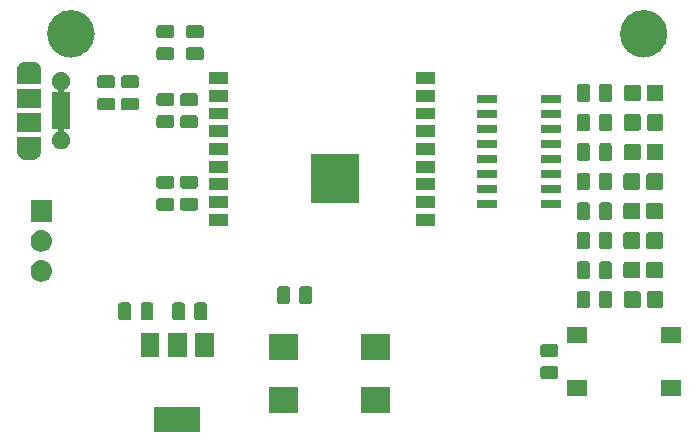
<source format=gbr>
G04 #@! TF.GenerationSoftware,KiCad,Pcbnew,(5.1.4)-1*
G04 #@! TF.CreationDate,2019-11-22T12:20:50+01:00*
G04 #@! TF.ProjectId,PacketVis,5061636b-6574-4566-9973-2e6b69636164,A01*
G04 #@! TF.SameCoordinates,Original*
G04 #@! TF.FileFunction,Soldermask,Top*
G04 #@! TF.FilePolarity,Negative*
%FSLAX46Y46*%
G04 Gerber Fmt 4.6, Leading zero omitted, Abs format (unit mm)*
G04 Created by KiCad (PCBNEW (5.1.4)-1) date 2019-11-22 12:20:50*
%MOMM*%
%LPD*%
G04 APERTURE LIST*
%ADD10C,2.000000*%
%ADD11C,0.100000*%
G04 APERTURE END LIST*
D10*
X188180000Y-79000000D02*
G75*
G03X188180000Y-79000000I-1000000J0D01*
G01*
X236680000Y-79000000D02*
G75*
G03X236680000Y-79000000I-1000000J0D01*
G01*
D11*
G36*
X198131000Y-112701000D02*
G01*
X194229000Y-112701000D01*
X194229000Y-110599000D01*
X198131000Y-110599000D01*
X198131000Y-112701000D01*
X198131000Y-112701000D01*
G37*
G36*
X214231000Y-111101000D02*
G01*
X211729000Y-111101000D01*
X211729000Y-108899000D01*
X214231000Y-108899000D01*
X214231000Y-111101000D01*
X214231000Y-111101000D01*
G37*
G36*
X206431000Y-111101000D02*
G01*
X203929000Y-111101000D01*
X203929000Y-108899000D01*
X206431000Y-108899000D01*
X206431000Y-111101000D01*
X206431000Y-111101000D01*
G37*
G36*
X230851000Y-109701000D02*
G01*
X229199000Y-109701000D01*
X229199000Y-108299000D01*
X230851000Y-108299000D01*
X230851000Y-109701000D01*
X230851000Y-109701000D01*
G37*
G36*
X238801000Y-109701000D02*
G01*
X237149000Y-109701000D01*
X237149000Y-108299000D01*
X238801000Y-108299000D01*
X238801000Y-109701000D01*
X238801000Y-109701000D01*
G37*
G36*
X228264468Y-107153565D02*
G01*
X228303138Y-107165296D01*
X228338777Y-107184346D01*
X228370017Y-107209983D01*
X228395654Y-107241223D01*
X228414704Y-107276862D01*
X228426435Y-107315532D01*
X228431000Y-107361888D01*
X228431000Y-108013112D01*
X228426435Y-108059468D01*
X228414704Y-108098138D01*
X228395654Y-108133777D01*
X228370017Y-108165017D01*
X228338777Y-108190654D01*
X228303138Y-108209704D01*
X228264468Y-108221435D01*
X228218112Y-108226000D01*
X227141888Y-108226000D01*
X227095532Y-108221435D01*
X227056862Y-108209704D01*
X227021223Y-108190654D01*
X226989983Y-108165017D01*
X226964346Y-108133777D01*
X226945296Y-108098138D01*
X226933565Y-108059468D01*
X226929000Y-108013112D01*
X226929000Y-107361888D01*
X226933565Y-107315532D01*
X226945296Y-107276862D01*
X226964346Y-107241223D01*
X226989983Y-107209983D01*
X227021223Y-107184346D01*
X227056862Y-107165296D01*
X227095532Y-107153565D01*
X227141888Y-107149000D01*
X228218112Y-107149000D01*
X228264468Y-107153565D01*
X228264468Y-107153565D01*
G37*
G36*
X206431000Y-106601000D02*
G01*
X203929000Y-106601000D01*
X203929000Y-104399000D01*
X206431000Y-104399000D01*
X206431000Y-106601000D01*
X206431000Y-106601000D01*
G37*
G36*
X214231000Y-106601000D02*
G01*
X211729000Y-106601000D01*
X211729000Y-104399000D01*
X214231000Y-104399000D01*
X214231000Y-106601000D01*
X214231000Y-106601000D01*
G37*
G36*
X194681000Y-106401000D02*
G01*
X193079000Y-106401000D01*
X193079000Y-104299000D01*
X194681000Y-104299000D01*
X194681000Y-106401000D01*
X194681000Y-106401000D01*
G37*
G36*
X196981000Y-106401000D02*
G01*
X195379000Y-106401000D01*
X195379000Y-104299000D01*
X196981000Y-104299000D01*
X196981000Y-106401000D01*
X196981000Y-106401000D01*
G37*
G36*
X199281000Y-106401000D02*
G01*
X197679000Y-106401000D01*
X197679000Y-104299000D01*
X199281000Y-104299000D01*
X199281000Y-106401000D01*
X199281000Y-106401000D01*
G37*
G36*
X228264468Y-105278565D02*
G01*
X228303138Y-105290296D01*
X228338777Y-105309346D01*
X228370017Y-105334983D01*
X228395654Y-105366223D01*
X228414704Y-105401862D01*
X228426435Y-105440532D01*
X228431000Y-105486888D01*
X228431000Y-106138112D01*
X228426435Y-106184468D01*
X228414704Y-106223138D01*
X228395654Y-106258777D01*
X228370017Y-106290017D01*
X228338777Y-106315654D01*
X228303138Y-106334704D01*
X228264468Y-106346435D01*
X228218112Y-106351000D01*
X227141888Y-106351000D01*
X227095532Y-106346435D01*
X227056862Y-106334704D01*
X227021223Y-106315654D01*
X226989983Y-106290017D01*
X226964346Y-106258777D01*
X226945296Y-106223138D01*
X226933565Y-106184468D01*
X226929000Y-106138112D01*
X226929000Y-105486888D01*
X226933565Y-105440532D01*
X226945296Y-105401862D01*
X226964346Y-105366223D01*
X226989983Y-105334983D01*
X227021223Y-105309346D01*
X227056862Y-105290296D01*
X227095532Y-105278565D01*
X227141888Y-105274000D01*
X228218112Y-105274000D01*
X228264468Y-105278565D01*
X228264468Y-105278565D01*
G37*
G36*
X238801000Y-105201000D02*
G01*
X237149000Y-105201000D01*
X237149000Y-103799000D01*
X238801000Y-103799000D01*
X238801000Y-105201000D01*
X238801000Y-105201000D01*
G37*
G36*
X230851000Y-105201000D02*
G01*
X229199000Y-105201000D01*
X229199000Y-103799000D01*
X230851000Y-103799000D01*
X230851000Y-105201000D01*
X230851000Y-105201000D01*
G37*
G36*
X196676968Y-101753565D02*
G01*
X196715638Y-101765296D01*
X196751277Y-101784346D01*
X196782517Y-101809983D01*
X196808154Y-101841223D01*
X196827204Y-101876862D01*
X196838935Y-101915532D01*
X196843500Y-101961888D01*
X196843500Y-103038112D01*
X196838935Y-103084468D01*
X196827204Y-103123138D01*
X196808154Y-103158777D01*
X196782517Y-103190017D01*
X196751277Y-103215654D01*
X196715638Y-103234704D01*
X196676968Y-103246435D01*
X196630612Y-103251000D01*
X195979388Y-103251000D01*
X195933032Y-103246435D01*
X195894362Y-103234704D01*
X195858723Y-103215654D01*
X195827483Y-103190017D01*
X195801846Y-103158777D01*
X195782796Y-103123138D01*
X195771065Y-103084468D01*
X195766500Y-103038112D01*
X195766500Y-101961888D01*
X195771065Y-101915532D01*
X195782796Y-101876862D01*
X195801846Y-101841223D01*
X195827483Y-101809983D01*
X195858723Y-101784346D01*
X195894362Y-101765296D01*
X195933032Y-101753565D01*
X195979388Y-101749000D01*
X196630612Y-101749000D01*
X196676968Y-101753565D01*
X196676968Y-101753565D01*
G37*
G36*
X193989468Y-101753565D02*
G01*
X194028138Y-101765296D01*
X194063777Y-101784346D01*
X194095017Y-101809983D01*
X194120654Y-101841223D01*
X194139704Y-101876862D01*
X194151435Y-101915532D01*
X194156000Y-101961888D01*
X194156000Y-103038112D01*
X194151435Y-103084468D01*
X194139704Y-103123138D01*
X194120654Y-103158777D01*
X194095017Y-103190017D01*
X194063777Y-103215654D01*
X194028138Y-103234704D01*
X193989468Y-103246435D01*
X193943112Y-103251000D01*
X193291888Y-103251000D01*
X193245532Y-103246435D01*
X193206862Y-103234704D01*
X193171223Y-103215654D01*
X193139983Y-103190017D01*
X193114346Y-103158777D01*
X193095296Y-103123138D01*
X193083565Y-103084468D01*
X193079000Y-103038112D01*
X193079000Y-101961888D01*
X193083565Y-101915532D01*
X193095296Y-101876862D01*
X193114346Y-101841223D01*
X193139983Y-101809983D01*
X193171223Y-101784346D01*
X193206862Y-101765296D01*
X193245532Y-101753565D01*
X193291888Y-101749000D01*
X193943112Y-101749000D01*
X193989468Y-101753565D01*
X193989468Y-101753565D01*
G37*
G36*
X198551968Y-101753565D02*
G01*
X198590638Y-101765296D01*
X198626277Y-101784346D01*
X198657517Y-101809983D01*
X198683154Y-101841223D01*
X198702204Y-101876862D01*
X198713935Y-101915532D01*
X198718500Y-101961888D01*
X198718500Y-103038112D01*
X198713935Y-103084468D01*
X198702204Y-103123138D01*
X198683154Y-103158777D01*
X198657517Y-103190017D01*
X198626277Y-103215654D01*
X198590638Y-103234704D01*
X198551968Y-103246435D01*
X198505612Y-103251000D01*
X197854388Y-103251000D01*
X197808032Y-103246435D01*
X197769362Y-103234704D01*
X197733723Y-103215654D01*
X197702483Y-103190017D01*
X197676846Y-103158777D01*
X197657796Y-103123138D01*
X197646065Y-103084468D01*
X197641500Y-103038112D01*
X197641500Y-101961888D01*
X197646065Y-101915532D01*
X197657796Y-101876862D01*
X197676846Y-101841223D01*
X197702483Y-101809983D01*
X197733723Y-101784346D01*
X197769362Y-101765296D01*
X197808032Y-101753565D01*
X197854388Y-101749000D01*
X198505612Y-101749000D01*
X198551968Y-101753565D01*
X198551968Y-101753565D01*
G37*
G36*
X192114468Y-101753565D02*
G01*
X192153138Y-101765296D01*
X192188777Y-101784346D01*
X192220017Y-101809983D01*
X192245654Y-101841223D01*
X192264704Y-101876862D01*
X192276435Y-101915532D01*
X192281000Y-101961888D01*
X192281000Y-103038112D01*
X192276435Y-103084468D01*
X192264704Y-103123138D01*
X192245654Y-103158777D01*
X192220017Y-103190017D01*
X192188777Y-103215654D01*
X192153138Y-103234704D01*
X192114468Y-103246435D01*
X192068112Y-103251000D01*
X191416888Y-103251000D01*
X191370532Y-103246435D01*
X191331862Y-103234704D01*
X191296223Y-103215654D01*
X191264983Y-103190017D01*
X191239346Y-103158777D01*
X191220296Y-103123138D01*
X191208565Y-103084468D01*
X191204000Y-103038112D01*
X191204000Y-101961888D01*
X191208565Y-101915532D01*
X191220296Y-101876862D01*
X191239346Y-101841223D01*
X191264983Y-101809983D01*
X191296223Y-101784346D01*
X191331862Y-101765296D01*
X191370532Y-101753565D01*
X191416888Y-101749000D01*
X192068112Y-101749000D01*
X192114468Y-101753565D01*
X192114468Y-101753565D01*
G37*
G36*
X232819468Y-100753565D02*
G01*
X232858138Y-100765296D01*
X232893777Y-100784346D01*
X232925017Y-100809983D01*
X232950654Y-100841223D01*
X232969704Y-100876862D01*
X232981435Y-100915532D01*
X232986000Y-100961888D01*
X232986000Y-102038112D01*
X232981435Y-102084468D01*
X232969704Y-102123138D01*
X232950654Y-102158777D01*
X232925017Y-102190017D01*
X232893777Y-102215654D01*
X232858138Y-102234704D01*
X232819468Y-102246435D01*
X232773112Y-102251000D01*
X232121888Y-102251000D01*
X232075532Y-102246435D01*
X232036862Y-102234704D01*
X232001223Y-102215654D01*
X231969983Y-102190017D01*
X231944346Y-102158777D01*
X231925296Y-102123138D01*
X231913565Y-102084468D01*
X231909000Y-102038112D01*
X231909000Y-100961888D01*
X231913565Y-100915532D01*
X231925296Y-100876862D01*
X231944346Y-100841223D01*
X231969983Y-100809983D01*
X232001223Y-100784346D01*
X232036862Y-100765296D01*
X232075532Y-100753565D01*
X232121888Y-100749000D01*
X232773112Y-100749000D01*
X232819468Y-100753565D01*
X232819468Y-100753565D01*
G37*
G36*
X230944468Y-100753565D02*
G01*
X230983138Y-100765296D01*
X231018777Y-100784346D01*
X231050017Y-100809983D01*
X231075654Y-100841223D01*
X231094704Y-100876862D01*
X231106435Y-100915532D01*
X231111000Y-100961888D01*
X231111000Y-102038112D01*
X231106435Y-102084468D01*
X231094704Y-102123138D01*
X231075654Y-102158777D01*
X231050017Y-102190017D01*
X231018777Y-102215654D01*
X230983138Y-102234704D01*
X230944468Y-102246435D01*
X230898112Y-102251000D01*
X230246888Y-102251000D01*
X230200532Y-102246435D01*
X230161862Y-102234704D01*
X230126223Y-102215654D01*
X230094983Y-102190017D01*
X230069346Y-102158777D01*
X230050296Y-102123138D01*
X230038565Y-102084468D01*
X230034000Y-102038112D01*
X230034000Y-100961888D01*
X230038565Y-100915532D01*
X230050296Y-100876862D01*
X230069346Y-100841223D01*
X230094983Y-100809983D01*
X230126223Y-100784346D01*
X230161862Y-100765296D01*
X230200532Y-100753565D01*
X230246888Y-100749000D01*
X230898112Y-100749000D01*
X230944468Y-100753565D01*
X230944468Y-100753565D01*
G37*
G36*
X237200781Y-100803295D02*
G01*
X237236816Y-100814227D01*
X237270024Y-100831977D01*
X237299134Y-100855866D01*
X237323023Y-100884976D01*
X237340773Y-100918184D01*
X237351705Y-100954219D01*
X237356000Y-100997831D01*
X237356000Y-102002169D01*
X237351705Y-102045781D01*
X237340773Y-102081816D01*
X237323023Y-102115024D01*
X237299134Y-102144134D01*
X237270024Y-102168023D01*
X237236816Y-102185773D01*
X237200781Y-102196705D01*
X237157169Y-102201000D01*
X236127831Y-102201000D01*
X236084219Y-102196705D01*
X236048184Y-102185773D01*
X236014976Y-102168023D01*
X235985866Y-102144134D01*
X235961977Y-102115024D01*
X235944227Y-102081816D01*
X235933295Y-102045781D01*
X235929000Y-102002169D01*
X235929000Y-100997831D01*
X235933295Y-100954219D01*
X235944227Y-100918184D01*
X235961977Y-100884976D01*
X235985866Y-100855866D01*
X236014976Y-100831977D01*
X236048184Y-100814227D01*
X236084219Y-100803295D01*
X236127831Y-100799000D01*
X237157169Y-100799000D01*
X237200781Y-100803295D01*
X237200781Y-100803295D01*
G37*
G36*
X235275781Y-100803295D02*
G01*
X235311816Y-100814227D01*
X235345024Y-100831977D01*
X235374134Y-100855866D01*
X235398023Y-100884976D01*
X235415773Y-100918184D01*
X235426705Y-100954219D01*
X235431000Y-100997831D01*
X235431000Y-102002169D01*
X235426705Y-102045781D01*
X235415773Y-102081816D01*
X235398023Y-102115024D01*
X235374134Y-102144134D01*
X235345024Y-102168023D01*
X235311816Y-102185773D01*
X235275781Y-102196705D01*
X235232169Y-102201000D01*
X234202831Y-102201000D01*
X234159219Y-102196705D01*
X234123184Y-102185773D01*
X234089976Y-102168023D01*
X234060866Y-102144134D01*
X234036977Y-102115024D01*
X234019227Y-102081816D01*
X234008295Y-102045781D01*
X234004000Y-102002169D01*
X234004000Y-100997831D01*
X234008295Y-100954219D01*
X234019227Y-100918184D01*
X234036977Y-100884976D01*
X234060866Y-100855866D01*
X234089976Y-100831977D01*
X234123184Y-100814227D01*
X234159219Y-100803295D01*
X234202831Y-100799000D01*
X235232169Y-100799000D01*
X235275781Y-100803295D01*
X235275781Y-100803295D01*
G37*
G36*
X205564468Y-100383565D02*
G01*
X205603138Y-100395296D01*
X205638777Y-100414346D01*
X205670017Y-100439983D01*
X205695654Y-100471223D01*
X205714704Y-100506862D01*
X205726435Y-100545532D01*
X205731000Y-100591888D01*
X205731000Y-101668112D01*
X205726435Y-101714468D01*
X205714704Y-101753138D01*
X205695654Y-101788777D01*
X205670017Y-101820017D01*
X205638777Y-101845654D01*
X205603138Y-101864704D01*
X205564468Y-101876435D01*
X205518112Y-101881000D01*
X204866888Y-101881000D01*
X204820532Y-101876435D01*
X204781862Y-101864704D01*
X204746223Y-101845654D01*
X204714983Y-101820017D01*
X204689346Y-101788777D01*
X204670296Y-101753138D01*
X204658565Y-101714468D01*
X204654000Y-101668112D01*
X204654000Y-100591888D01*
X204658565Y-100545532D01*
X204670296Y-100506862D01*
X204689346Y-100471223D01*
X204714983Y-100439983D01*
X204746223Y-100414346D01*
X204781862Y-100395296D01*
X204820532Y-100383565D01*
X204866888Y-100379000D01*
X205518112Y-100379000D01*
X205564468Y-100383565D01*
X205564468Y-100383565D01*
G37*
G36*
X207439468Y-100383565D02*
G01*
X207478138Y-100395296D01*
X207513777Y-100414346D01*
X207545017Y-100439983D01*
X207570654Y-100471223D01*
X207589704Y-100506862D01*
X207601435Y-100545532D01*
X207606000Y-100591888D01*
X207606000Y-101668112D01*
X207601435Y-101714468D01*
X207589704Y-101753138D01*
X207570654Y-101788777D01*
X207545017Y-101820017D01*
X207513777Y-101845654D01*
X207478138Y-101864704D01*
X207439468Y-101876435D01*
X207393112Y-101881000D01*
X206741888Y-101881000D01*
X206695532Y-101876435D01*
X206656862Y-101864704D01*
X206621223Y-101845654D01*
X206589983Y-101820017D01*
X206564346Y-101788777D01*
X206545296Y-101753138D01*
X206533565Y-101714468D01*
X206529000Y-101668112D01*
X206529000Y-100591888D01*
X206533565Y-100545532D01*
X206545296Y-100506862D01*
X206564346Y-100471223D01*
X206589983Y-100439983D01*
X206621223Y-100414346D01*
X206656862Y-100395296D01*
X206695532Y-100383565D01*
X206741888Y-100379000D01*
X207393112Y-100379000D01*
X207439468Y-100383565D01*
X207439468Y-100383565D01*
G37*
G36*
X184790442Y-98185518D02*
G01*
X184856627Y-98192037D01*
X185026466Y-98243557D01*
X185026468Y-98243558D01*
X185074992Y-98269495D01*
X185182991Y-98327222D01*
X185217894Y-98355866D01*
X185320186Y-98439814D01*
X185403448Y-98541271D01*
X185432778Y-98577009D01*
X185516443Y-98733534D01*
X185567963Y-98903373D01*
X185585359Y-99080000D01*
X185567963Y-99256627D01*
X185516443Y-99426466D01*
X185432778Y-99582991D01*
X185431303Y-99584788D01*
X185320186Y-99720186D01*
X185218729Y-99803448D01*
X185182991Y-99832778D01*
X185026466Y-99916443D01*
X184856627Y-99967963D01*
X184790442Y-99974482D01*
X184724260Y-99981000D01*
X184635740Y-99981000D01*
X184569558Y-99974482D01*
X184503373Y-99967963D01*
X184333534Y-99916443D01*
X184177009Y-99832778D01*
X184141271Y-99803448D01*
X184039814Y-99720186D01*
X183928697Y-99584788D01*
X183927222Y-99582991D01*
X183843557Y-99426466D01*
X183792037Y-99256627D01*
X183774641Y-99080000D01*
X183792037Y-98903373D01*
X183843557Y-98733534D01*
X183927222Y-98577009D01*
X183956552Y-98541271D01*
X184039814Y-98439814D01*
X184142106Y-98355866D01*
X184177009Y-98327222D01*
X184285008Y-98269495D01*
X184333532Y-98243558D01*
X184333534Y-98243557D01*
X184503373Y-98192037D01*
X184569557Y-98185519D01*
X184635740Y-98179000D01*
X184724260Y-98179000D01*
X184790442Y-98185518D01*
X184790442Y-98185518D01*
G37*
G36*
X230944468Y-98253565D02*
G01*
X230983138Y-98265296D01*
X231018777Y-98284346D01*
X231050017Y-98309983D01*
X231075654Y-98341223D01*
X231094704Y-98376862D01*
X231106435Y-98415532D01*
X231111000Y-98461888D01*
X231111000Y-99538112D01*
X231106435Y-99584468D01*
X231094704Y-99623138D01*
X231075654Y-99658777D01*
X231050017Y-99690017D01*
X231018777Y-99715654D01*
X230983138Y-99734704D01*
X230944468Y-99746435D01*
X230898112Y-99751000D01*
X230246888Y-99751000D01*
X230200532Y-99746435D01*
X230161862Y-99734704D01*
X230126223Y-99715654D01*
X230094983Y-99690017D01*
X230069346Y-99658777D01*
X230050296Y-99623138D01*
X230038565Y-99584468D01*
X230034000Y-99538112D01*
X230034000Y-98461888D01*
X230038565Y-98415532D01*
X230050296Y-98376862D01*
X230069346Y-98341223D01*
X230094983Y-98309983D01*
X230126223Y-98284346D01*
X230161862Y-98265296D01*
X230200532Y-98253565D01*
X230246888Y-98249000D01*
X230898112Y-98249000D01*
X230944468Y-98253565D01*
X230944468Y-98253565D01*
G37*
G36*
X232819468Y-98253565D02*
G01*
X232858138Y-98265296D01*
X232893777Y-98284346D01*
X232925017Y-98309983D01*
X232950654Y-98341223D01*
X232969704Y-98376862D01*
X232981435Y-98415532D01*
X232986000Y-98461888D01*
X232986000Y-99538112D01*
X232981435Y-99584468D01*
X232969704Y-99623138D01*
X232950654Y-99658777D01*
X232925017Y-99690017D01*
X232893777Y-99715654D01*
X232858138Y-99734704D01*
X232819468Y-99746435D01*
X232773112Y-99751000D01*
X232121888Y-99751000D01*
X232075532Y-99746435D01*
X232036862Y-99734704D01*
X232001223Y-99715654D01*
X231969983Y-99690017D01*
X231944346Y-99658777D01*
X231925296Y-99623138D01*
X231913565Y-99584468D01*
X231909000Y-99538112D01*
X231909000Y-98461888D01*
X231913565Y-98415532D01*
X231925296Y-98376862D01*
X231944346Y-98341223D01*
X231969983Y-98309983D01*
X232001223Y-98284346D01*
X232036862Y-98265296D01*
X232075532Y-98253565D01*
X232121888Y-98249000D01*
X232773112Y-98249000D01*
X232819468Y-98253565D01*
X232819468Y-98253565D01*
G37*
G36*
X235238281Y-98303295D02*
G01*
X235274316Y-98314227D01*
X235307524Y-98331977D01*
X235336634Y-98355866D01*
X235360523Y-98384976D01*
X235378273Y-98418184D01*
X235389205Y-98454219D01*
X235393500Y-98497831D01*
X235393500Y-99502169D01*
X235389205Y-99545781D01*
X235378273Y-99581816D01*
X235360523Y-99615024D01*
X235336634Y-99644134D01*
X235307524Y-99668023D01*
X235274316Y-99685773D01*
X235238281Y-99696705D01*
X235194669Y-99701000D01*
X234165331Y-99701000D01*
X234121719Y-99696705D01*
X234085684Y-99685773D01*
X234052476Y-99668023D01*
X234023366Y-99644134D01*
X233999477Y-99615024D01*
X233981727Y-99581816D01*
X233970795Y-99545781D01*
X233966500Y-99502169D01*
X233966500Y-98497831D01*
X233970795Y-98454219D01*
X233981727Y-98418184D01*
X233999477Y-98384976D01*
X234023366Y-98355866D01*
X234052476Y-98331977D01*
X234085684Y-98314227D01*
X234121719Y-98303295D01*
X234165331Y-98299000D01*
X235194669Y-98299000D01*
X235238281Y-98303295D01*
X235238281Y-98303295D01*
G37*
G36*
X237163281Y-98303295D02*
G01*
X237199316Y-98314227D01*
X237232524Y-98331977D01*
X237261634Y-98355866D01*
X237285523Y-98384976D01*
X237303273Y-98418184D01*
X237314205Y-98454219D01*
X237318500Y-98497831D01*
X237318500Y-99502169D01*
X237314205Y-99545781D01*
X237303273Y-99581816D01*
X237285523Y-99615024D01*
X237261634Y-99644134D01*
X237232524Y-99668023D01*
X237199316Y-99685773D01*
X237163281Y-99696705D01*
X237119669Y-99701000D01*
X236090331Y-99701000D01*
X236046719Y-99696705D01*
X236010684Y-99685773D01*
X235977476Y-99668023D01*
X235948366Y-99644134D01*
X235924477Y-99615024D01*
X235906727Y-99581816D01*
X235895795Y-99545781D01*
X235891500Y-99502169D01*
X235891500Y-98497831D01*
X235895795Y-98454219D01*
X235906727Y-98418184D01*
X235924477Y-98384976D01*
X235948366Y-98355866D01*
X235977476Y-98331977D01*
X236010684Y-98314227D01*
X236046719Y-98303295D01*
X236090331Y-98299000D01*
X237119669Y-98299000D01*
X237163281Y-98303295D01*
X237163281Y-98303295D01*
G37*
G36*
X184790443Y-95645519D02*
G01*
X184856627Y-95652037D01*
X185026466Y-95703557D01*
X185182991Y-95787222D01*
X185191709Y-95794377D01*
X185320186Y-95899814D01*
X185374041Y-95965438D01*
X185432778Y-96037009D01*
X185516443Y-96193534D01*
X185567963Y-96363373D01*
X185585359Y-96540000D01*
X185567963Y-96716627D01*
X185516443Y-96886466D01*
X185432778Y-97042991D01*
X185430488Y-97045781D01*
X185320186Y-97180186D01*
X185218729Y-97263448D01*
X185182991Y-97292778D01*
X185026466Y-97376443D01*
X184856627Y-97427963D01*
X184790443Y-97434481D01*
X184724260Y-97441000D01*
X184635740Y-97441000D01*
X184569557Y-97434481D01*
X184503373Y-97427963D01*
X184333534Y-97376443D01*
X184177009Y-97292778D01*
X184141271Y-97263448D01*
X184039814Y-97180186D01*
X183929512Y-97045781D01*
X183927222Y-97042991D01*
X183843557Y-96886466D01*
X183792037Y-96716627D01*
X183774641Y-96540000D01*
X183792037Y-96363373D01*
X183843557Y-96193534D01*
X183927222Y-96037009D01*
X183985959Y-95965438D01*
X184039814Y-95899814D01*
X184168291Y-95794377D01*
X184177009Y-95787222D01*
X184333534Y-95703557D01*
X184503373Y-95652037D01*
X184569557Y-95645519D01*
X184635740Y-95639000D01*
X184724260Y-95639000D01*
X184790443Y-95645519D01*
X184790443Y-95645519D01*
G37*
G36*
X232819468Y-95753565D02*
G01*
X232858138Y-95765296D01*
X232893777Y-95784346D01*
X232925017Y-95809983D01*
X232950654Y-95841223D01*
X232969704Y-95876862D01*
X232981435Y-95915532D01*
X232986000Y-95961888D01*
X232986000Y-97038112D01*
X232981435Y-97084468D01*
X232969704Y-97123138D01*
X232950654Y-97158777D01*
X232925017Y-97190017D01*
X232893777Y-97215654D01*
X232858138Y-97234704D01*
X232819468Y-97246435D01*
X232773112Y-97251000D01*
X232121888Y-97251000D01*
X232075532Y-97246435D01*
X232036862Y-97234704D01*
X232001223Y-97215654D01*
X231969983Y-97190017D01*
X231944346Y-97158777D01*
X231925296Y-97123138D01*
X231913565Y-97084468D01*
X231909000Y-97038112D01*
X231909000Y-95961888D01*
X231913565Y-95915532D01*
X231925296Y-95876862D01*
X231944346Y-95841223D01*
X231969983Y-95809983D01*
X232001223Y-95784346D01*
X232036862Y-95765296D01*
X232075532Y-95753565D01*
X232121888Y-95749000D01*
X232773112Y-95749000D01*
X232819468Y-95753565D01*
X232819468Y-95753565D01*
G37*
G36*
X230944468Y-95753565D02*
G01*
X230983138Y-95765296D01*
X231018777Y-95784346D01*
X231050017Y-95809983D01*
X231075654Y-95841223D01*
X231094704Y-95876862D01*
X231106435Y-95915532D01*
X231111000Y-95961888D01*
X231111000Y-97038112D01*
X231106435Y-97084468D01*
X231094704Y-97123138D01*
X231075654Y-97158777D01*
X231050017Y-97190017D01*
X231018777Y-97215654D01*
X230983138Y-97234704D01*
X230944468Y-97246435D01*
X230898112Y-97251000D01*
X230246888Y-97251000D01*
X230200532Y-97246435D01*
X230161862Y-97234704D01*
X230126223Y-97215654D01*
X230094983Y-97190017D01*
X230069346Y-97158777D01*
X230050296Y-97123138D01*
X230038565Y-97084468D01*
X230034000Y-97038112D01*
X230034000Y-95961888D01*
X230038565Y-95915532D01*
X230050296Y-95876862D01*
X230069346Y-95841223D01*
X230094983Y-95809983D01*
X230126223Y-95784346D01*
X230161862Y-95765296D01*
X230200532Y-95753565D01*
X230246888Y-95749000D01*
X230898112Y-95749000D01*
X230944468Y-95753565D01*
X230944468Y-95753565D01*
G37*
G36*
X237163281Y-95803295D02*
G01*
X237199316Y-95814227D01*
X237232524Y-95831977D01*
X237261634Y-95855866D01*
X237285523Y-95884976D01*
X237303273Y-95918184D01*
X237314205Y-95954219D01*
X237318500Y-95997831D01*
X237318500Y-97002169D01*
X237314205Y-97045781D01*
X237303273Y-97081816D01*
X237285523Y-97115024D01*
X237261634Y-97144134D01*
X237232524Y-97168023D01*
X237199316Y-97185773D01*
X237163281Y-97196705D01*
X237119669Y-97201000D01*
X236090331Y-97201000D01*
X236046719Y-97196705D01*
X236010684Y-97185773D01*
X235977476Y-97168023D01*
X235948366Y-97144134D01*
X235924477Y-97115024D01*
X235906727Y-97081816D01*
X235895795Y-97045781D01*
X235891500Y-97002169D01*
X235891500Y-95997831D01*
X235895795Y-95954219D01*
X235906727Y-95918184D01*
X235924477Y-95884976D01*
X235948366Y-95855866D01*
X235977476Y-95831977D01*
X236010684Y-95814227D01*
X236046719Y-95803295D01*
X236090331Y-95799000D01*
X237119669Y-95799000D01*
X237163281Y-95803295D01*
X237163281Y-95803295D01*
G37*
G36*
X235238281Y-95803295D02*
G01*
X235274316Y-95814227D01*
X235307524Y-95831977D01*
X235336634Y-95855866D01*
X235360523Y-95884976D01*
X235378273Y-95918184D01*
X235389205Y-95954219D01*
X235393500Y-95997831D01*
X235393500Y-97002169D01*
X235389205Y-97045781D01*
X235378273Y-97081816D01*
X235360523Y-97115024D01*
X235336634Y-97144134D01*
X235307524Y-97168023D01*
X235274316Y-97185773D01*
X235238281Y-97196705D01*
X235194669Y-97201000D01*
X234165331Y-97201000D01*
X234121719Y-97196705D01*
X234085684Y-97185773D01*
X234052476Y-97168023D01*
X234023366Y-97144134D01*
X233999477Y-97115024D01*
X233981727Y-97081816D01*
X233970795Y-97045781D01*
X233966500Y-97002169D01*
X233966500Y-95997831D01*
X233970795Y-95954219D01*
X233981727Y-95918184D01*
X233999477Y-95884976D01*
X234023366Y-95855866D01*
X234052476Y-95831977D01*
X234085684Y-95814227D01*
X234121719Y-95803295D01*
X234165331Y-95799000D01*
X235194669Y-95799000D01*
X235238281Y-95803295D01*
X235238281Y-95803295D01*
G37*
G36*
X217981000Y-95251000D02*
G01*
X216379000Y-95251000D01*
X216379000Y-94249000D01*
X217981000Y-94249000D01*
X217981000Y-95251000D01*
X217981000Y-95251000D01*
G37*
G36*
X200481000Y-95251000D02*
G01*
X198879000Y-95251000D01*
X198879000Y-94249000D01*
X200481000Y-94249000D01*
X200481000Y-95251000D01*
X200481000Y-95251000D01*
G37*
G36*
X185581000Y-94901000D02*
G01*
X183779000Y-94901000D01*
X183779000Y-93099000D01*
X185581000Y-93099000D01*
X185581000Y-94901000D01*
X185581000Y-94901000D01*
G37*
G36*
X232819468Y-93253565D02*
G01*
X232858138Y-93265296D01*
X232893777Y-93284346D01*
X232925017Y-93309983D01*
X232950654Y-93341223D01*
X232969704Y-93376862D01*
X232981435Y-93415532D01*
X232986000Y-93461888D01*
X232986000Y-94538112D01*
X232981435Y-94584468D01*
X232969704Y-94623138D01*
X232950654Y-94658777D01*
X232925017Y-94690017D01*
X232893777Y-94715654D01*
X232858138Y-94734704D01*
X232819468Y-94746435D01*
X232773112Y-94751000D01*
X232121888Y-94751000D01*
X232075532Y-94746435D01*
X232036862Y-94734704D01*
X232001223Y-94715654D01*
X231969983Y-94690017D01*
X231944346Y-94658777D01*
X231925296Y-94623138D01*
X231913565Y-94584468D01*
X231909000Y-94538112D01*
X231909000Y-93461888D01*
X231913565Y-93415532D01*
X231925296Y-93376862D01*
X231944346Y-93341223D01*
X231969983Y-93309983D01*
X232001223Y-93284346D01*
X232036862Y-93265296D01*
X232075532Y-93253565D01*
X232121888Y-93249000D01*
X232773112Y-93249000D01*
X232819468Y-93253565D01*
X232819468Y-93253565D01*
G37*
G36*
X230944468Y-93253565D02*
G01*
X230983138Y-93265296D01*
X231018777Y-93284346D01*
X231050017Y-93309983D01*
X231075654Y-93341223D01*
X231094704Y-93376862D01*
X231106435Y-93415532D01*
X231111000Y-93461888D01*
X231111000Y-94538112D01*
X231106435Y-94584468D01*
X231094704Y-94623138D01*
X231075654Y-94658777D01*
X231050017Y-94690017D01*
X231018777Y-94715654D01*
X230983138Y-94734704D01*
X230944468Y-94746435D01*
X230898112Y-94751000D01*
X230246888Y-94751000D01*
X230200532Y-94746435D01*
X230161862Y-94734704D01*
X230126223Y-94715654D01*
X230094983Y-94690017D01*
X230069346Y-94658777D01*
X230050296Y-94623138D01*
X230038565Y-94584468D01*
X230034000Y-94538112D01*
X230034000Y-93461888D01*
X230038565Y-93415532D01*
X230050296Y-93376862D01*
X230069346Y-93341223D01*
X230094983Y-93309983D01*
X230126223Y-93284346D01*
X230161862Y-93265296D01*
X230200532Y-93253565D01*
X230246888Y-93249000D01*
X230898112Y-93249000D01*
X230944468Y-93253565D01*
X230944468Y-93253565D01*
G37*
G36*
X237163281Y-93303295D02*
G01*
X237199316Y-93314227D01*
X237232524Y-93331977D01*
X237261634Y-93355866D01*
X237285523Y-93384976D01*
X237303273Y-93418184D01*
X237314205Y-93454219D01*
X237318500Y-93497831D01*
X237318500Y-94502169D01*
X237314205Y-94545781D01*
X237303273Y-94581816D01*
X237285523Y-94615024D01*
X237261634Y-94644134D01*
X237232524Y-94668023D01*
X237199316Y-94685773D01*
X237163281Y-94696705D01*
X237119669Y-94701000D01*
X236090331Y-94701000D01*
X236046719Y-94696705D01*
X236010684Y-94685773D01*
X235977476Y-94668023D01*
X235948366Y-94644134D01*
X235924477Y-94615024D01*
X235906727Y-94581816D01*
X235895795Y-94545781D01*
X235891500Y-94502169D01*
X235891500Y-93497831D01*
X235895795Y-93454219D01*
X235906727Y-93418184D01*
X235924477Y-93384976D01*
X235948366Y-93355866D01*
X235977476Y-93331977D01*
X236010684Y-93314227D01*
X236046719Y-93303295D01*
X236090331Y-93299000D01*
X237119669Y-93299000D01*
X237163281Y-93303295D01*
X237163281Y-93303295D01*
G37*
G36*
X235238281Y-93303295D02*
G01*
X235274316Y-93314227D01*
X235307524Y-93331977D01*
X235336634Y-93355866D01*
X235360523Y-93384976D01*
X235378273Y-93418184D01*
X235389205Y-93454219D01*
X235393500Y-93497831D01*
X235393500Y-94502169D01*
X235389205Y-94545781D01*
X235378273Y-94581816D01*
X235360523Y-94615024D01*
X235336634Y-94644134D01*
X235307524Y-94668023D01*
X235274316Y-94685773D01*
X235238281Y-94696705D01*
X235194669Y-94701000D01*
X234165331Y-94701000D01*
X234121719Y-94696705D01*
X234085684Y-94685773D01*
X234052476Y-94668023D01*
X234023366Y-94644134D01*
X233999477Y-94615024D01*
X233981727Y-94581816D01*
X233970795Y-94545781D01*
X233966500Y-94502169D01*
X233966500Y-93497831D01*
X233970795Y-93454219D01*
X233981727Y-93418184D01*
X233999477Y-93384976D01*
X234023366Y-93355866D01*
X234052476Y-93331977D01*
X234085684Y-93314227D01*
X234121719Y-93303295D01*
X234165331Y-93299000D01*
X235194669Y-93299000D01*
X235238281Y-93303295D01*
X235238281Y-93303295D01*
G37*
G36*
X197764468Y-92903565D02*
G01*
X197803138Y-92915296D01*
X197838777Y-92934346D01*
X197870017Y-92959983D01*
X197895654Y-92991223D01*
X197914704Y-93026862D01*
X197926435Y-93065532D01*
X197931000Y-93111888D01*
X197931000Y-93763112D01*
X197926435Y-93809468D01*
X197914704Y-93848138D01*
X197895654Y-93883777D01*
X197870017Y-93915017D01*
X197838777Y-93940654D01*
X197803138Y-93959704D01*
X197764468Y-93971435D01*
X197718112Y-93976000D01*
X196641888Y-93976000D01*
X196595532Y-93971435D01*
X196556862Y-93959704D01*
X196521223Y-93940654D01*
X196489983Y-93915017D01*
X196464346Y-93883777D01*
X196445296Y-93848138D01*
X196433565Y-93809468D01*
X196429000Y-93763112D01*
X196429000Y-93111888D01*
X196433565Y-93065532D01*
X196445296Y-93026862D01*
X196464346Y-92991223D01*
X196489983Y-92959983D01*
X196521223Y-92934346D01*
X196556862Y-92915296D01*
X196595532Y-92903565D01*
X196641888Y-92899000D01*
X197718112Y-92899000D01*
X197764468Y-92903565D01*
X197764468Y-92903565D01*
G37*
G36*
X195764468Y-92903565D02*
G01*
X195803138Y-92915296D01*
X195838777Y-92934346D01*
X195870017Y-92959983D01*
X195895654Y-92991223D01*
X195914704Y-93026862D01*
X195926435Y-93065532D01*
X195931000Y-93111888D01*
X195931000Y-93763112D01*
X195926435Y-93809468D01*
X195914704Y-93848138D01*
X195895654Y-93883777D01*
X195870017Y-93915017D01*
X195838777Y-93940654D01*
X195803138Y-93959704D01*
X195764468Y-93971435D01*
X195718112Y-93976000D01*
X194641888Y-93976000D01*
X194595532Y-93971435D01*
X194556862Y-93959704D01*
X194521223Y-93940654D01*
X194489983Y-93915017D01*
X194464346Y-93883777D01*
X194445296Y-93848138D01*
X194433565Y-93809468D01*
X194429000Y-93763112D01*
X194429000Y-93111888D01*
X194433565Y-93065532D01*
X194445296Y-93026862D01*
X194464346Y-92991223D01*
X194489983Y-92959983D01*
X194521223Y-92934346D01*
X194556862Y-92915296D01*
X194595532Y-92903565D01*
X194641888Y-92899000D01*
X195718112Y-92899000D01*
X195764468Y-92903565D01*
X195764468Y-92903565D01*
G37*
G36*
X217981000Y-93751000D02*
G01*
X216379000Y-93751000D01*
X216379000Y-92749000D01*
X217981000Y-92749000D01*
X217981000Y-93751000D01*
X217981000Y-93751000D01*
G37*
G36*
X200481000Y-93751000D02*
G01*
X198879000Y-93751000D01*
X198879000Y-92749000D01*
X200481000Y-92749000D01*
X200481000Y-93751000D01*
X200481000Y-93751000D01*
G37*
G36*
X228656000Y-93741000D02*
G01*
X227004000Y-93741000D01*
X227004000Y-93039000D01*
X228656000Y-93039000D01*
X228656000Y-93741000D01*
X228656000Y-93741000D01*
G37*
G36*
X223256000Y-93741000D02*
G01*
X221604000Y-93741000D01*
X221604000Y-93039000D01*
X223256000Y-93039000D01*
X223256000Y-93741000D01*
X223256000Y-93741000D01*
G37*
G36*
X211581000Y-93311000D02*
G01*
X207479000Y-93311000D01*
X207479000Y-89209000D01*
X211581000Y-89209000D01*
X211581000Y-93311000D01*
X211581000Y-93311000D01*
G37*
G36*
X228656000Y-92471000D02*
G01*
X227004000Y-92471000D01*
X227004000Y-91769000D01*
X228656000Y-91769000D01*
X228656000Y-92471000D01*
X228656000Y-92471000D01*
G37*
G36*
X223256000Y-92471000D02*
G01*
X221604000Y-92471000D01*
X221604000Y-91769000D01*
X223256000Y-91769000D01*
X223256000Y-92471000D01*
X223256000Y-92471000D01*
G37*
G36*
X232819468Y-90753565D02*
G01*
X232858138Y-90765296D01*
X232893777Y-90784346D01*
X232925017Y-90809983D01*
X232950654Y-90841223D01*
X232969704Y-90876862D01*
X232981435Y-90915532D01*
X232986000Y-90961888D01*
X232986000Y-92038112D01*
X232981435Y-92084468D01*
X232969704Y-92123138D01*
X232950654Y-92158777D01*
X232925017Y-92190017D01*
X232893777Y-92215654D01*
X232858138Y-92234704D01*
X232819468Y-92246435D01*
X232773112Y-92251000D01*
X232121888Y-92251000D01*
X232075532Y-92246435D01*
X232036862Y-92234704D01*
X232001223Y-92215654D01*
X231969983Y-92190017D01*
X231944346Y-92158777D01*
X231925296Y-92123138D01*
X231913565Y-92084468D01*
X231909000Y-92038112D01*
X231909000Y-90961888D01*
X231913565Y-90915532D01*
X231925296Y-90876862D01*
X231944346Y-90841223D01*
X231969983Y-90809983D01*
X232001223Y-90784346D01*
X232036862Y-90765296D01*
X232075532Y-90753565D01*
X232121888Y-90749000D01*
X232773112Y-90749000D01*
X232819468Y-90753565D01*
X232819468Y-90753565D01*
G37*
G36*
X230944468Y-90753565D02*
G01*
X230983138Y-90765296D01*
X231018777Y-90784346D01*
X231050017Y-90809983D01*
X231075654Y-90841223D01*
X231094704Y-90876862D01*
X231106435Y-90915532D01*
X231111000Y-90961888D01*
X231111000Y-92038112D01*
X231106435Y-92084468D01*
X231094704Y-92123138D01*
X231075654Y-92158777D01*
X231050017Y-92190017D01*
X231018777Y-92215654D01*
X230983138Y-92234704D01*
X230944468Y-92246435D01*
X230898112Y-92251000D01*
X230246888Y-92251000D01*
X230200532Y-92246435D01*
X230161862Y-92234704D01*
X230126223Y-92215654D01*
X230094983Y-92190017D01*
X230069346Y-92158777D01*
X230050296Y-92123138D01*
X230038565Y-92084468D01*
X230034000Y-92038112D01*
X230034000Y-90961888D01*
X230038565Y-90915532D01*
X230050296Y-90876862D01*
X230069346Y-90841223D01*
X230094983Y-90809983D01*
X230126223Y-90784346D01*
X230161862Y-90765296D01*
X230200532Y-90753565D01*
X230246888Y-90749000D01*
X230898112Y-90749000D01*
X230944468Y-90753565D01*
X230944468Y-90753565D01*
G37*
G36*
X200481000Y-92251000D02*
G01*
X198879000Y-92251000D01*
X198879000Y-91249000D01*
X200481000Y-91249000D01*
X200481000Y-92251000D01*
X200481000Y-92251000D01*
G37*
G36*
X217981000Y-92251000D02*
G01*
X216379000Y-92251000D01*
X216379000Y-91249000D01*
X217981000Y-91249000D01*
X217981000Y-92251000D01*
X217981000Y-92251000D01*
G37*
G36*
X237163281Y-90803295D02*
G01*
X237199316Y-90814227D01*
X237232524Y-90831977D01*
X237261634Y-90855866D01*
X237285523Y-90884976D01*
X237303273Y-90918184D01*
X237314205Y-90954219D01*
X237318500Y-90997831D01*
X237318500Y-92002169D01*
X237314205Y-92045781D01*
X237303273Y-92081816D01*
X237285523Y-92115024D01*
X237261634Y-92144134D01*
X237232524Y-92168023D01*
X237199316Y-92185773D01*
X237163281Y-92196705D01*
X237119669Y-92201000D01*
X236090331Y-92201000D01*
X236046719Y-92196705D01*
X236010684Y-92185773D01*
X235977476Y-92168023D01*
X235948366Y-92144134D01*
X235924477Y-92115024D01*
X235906727Y-92081816D01*
X235895795Y-92045781D01*
X235891500Y-92002169D01*
X235891500Y-90997831D01*
X235895795Y-90954219D01*
X235906727Y-90918184D01*
X235924477Y-90884976D01*
X235948366Y-90855866D01*
X235977476Y-90831977D01*
X236010684Y-90814227D01*
X236046719Y-90803295D01*
X236090331Y-90799000D01*
X237119669Y-90799000D01*
X237163281Y-90803295D01*
X237163281Y-90803295D01*
G37*
G36*
X235238281Y-90803295D02*
G01*
X235274316Y-90814227D01*
X235307524Y-90831977D01*
X235336634Y-90855866D01*
X235360523Y-90884976D01*
X235378273Y-90918184D01*
X235389205Y-90954219D01*
X235393500Y-90997831D01*
X235393500Y-92002169D01*
X235389205Y-92045781D01*
X235378273Y-92081816D01*
X235360523Y-92115024D01*
X235336634Y-92144134D01*
X235307524Y-92168023D01*
X235274316Y-92185773D01*
X235238281Y-92196705D01*
X235194669Y-92201000D01*
X234165331Y-92201000D01*
X234121719Y-92196705D01*
X234085684Y-92185773D01*
X234052476Y-92168023D01*
X234023366Y-92144134D01*
X233999477Y-92115024D01*
X233981727Y-92081816D01*
X233970795Y-92045781D01*
X233966500Y-92002169D01*
X233966500Y-90997831D01*
X233970795Y-90954219D01*
X233981727Y-90918184D01*
X233999477Y-90884976D01*
X234023366Y-90855866D01*
X234052476Y-90831977D01*
X234085684Y-90814227D01*
X234121719Y-90803295D01*
X234165331Y-90799000D01*
X235194669Y-90799000D01*
X235238281Y-90803295D01*
X235238281Y-90803295D01*
G37*
G36*
X195764468Y-91028565D02*
G01*
X195803138Y-91040296D01*
X195838777Y-91059346D01*
X195870017Y-91084983D01*
X195895654Y-91116223D01*
X195914704Y-91151862D01*
X195926435Y-91190532D01*
X195931000Y-91236888D01*
X195931000Y-91888112D01*
X195926435Y-91934468D01*
X195914704Y-91973138D01*
X195895654Y-92008777D01*
X195870017Y-92040017D01*
X195838777Y-92065654D01*
X195803138Y-92084704D01*
X195764468Y-92096435D01*
X195718112Y-92101000D01*
X194641888Y-92101000D01*
X194595532Y-92096435D01*
X194556862Y-92084704D01*
X194521223Y-92065654D01*
X194489983Y-92040017D01*
X194464346Y-92008777D01*
X194445296Y-91973138D01*
X194433565Y-91934468D01*
X194429000Y-91888112D01*
X194429000Y-91236888D01*
X194433565Y-91190532D01*
X194445296Y-91151862D01*
X194464346Y-91116223D01*
X194489983Y-91084983D01*
X194521223Y-91059346D01*
X194556862Y-91040296D01*
X194595532Y-91028565D01*
X194641888Y-91024000D01*
X195718112Y-91024000D01*
X195764468Y-91028565D01*
X195764468Y-91028565D01*
G37*
G36*
X197764468Y-91028565D02*
G01*
X197803138Y-91040296D01*
X197838777Y-91059346D01*
X197870017Y-91084983D01*
X197895654Y-91116223D01*
X197914704Y-91151862D01*
X197926435Y-91190532D01*
X197931000Y-91236888D01*
X197931000Y-91888112D01*
X197926435Y-91934468D01*
X197914704Y-91973138D01*
X197895654Y-92008777D01*
X197870017Y-92040017D01*
X197838777Y-92065654D01*
X197803138Y-92084704D01*
X197764468Y-92096435D01*
X197718112Y-92101000D01*
X196641888Y-92101000D01*
X196595532Y-92096435D01*
X196556862Y-92084704D01*
X196521223Y-92065654D01*
X196489983Y-92040017D01*
X196464346Y-92008777D01*
X196445296Y-91973138D01*
X196433565Y-91934468D01*
X196429000Y-91888112D01*
X196429000Y-91236888D01*
X196433565Y-91190532D01*
X196445296Y-91151862D01*
X196464346Y-91116223D01*
X196489983Y-91084983D01*
X196521223Y-91059346D01*
X196556862Y-91040296D01*
X196595532Y-91028565D01*
X196641888Y-91024000D01*
X197718112Y-91024000D01*
X197764468Y-91028565D01*
X197764468Y-91028565D01*
G37*
G36*
X228656000Y-91201000D02*
G01*
X227004000Y-91201000D01*
X227004000Y-90499000D01*
X228656000Y-90499000D01*
X228656000Y-91201000D01*
X228656000Y-91201000D01*
G37*
G36*
X223256000Y-91201000D02*
G01*
X221604000Y-91201000D01*
X221604000Y-90499000D01*
X223256000Y-90499000D01*
X223256000Y-91201000D01*
X223256000Y-91201000D01*
G37*
G36*
X217981000Y-90751000D02*
G01*
X216379000Y-90751000D01*
X216379000Y-89749000D01*
X217981000Y-89749000D01*
X217981000Y-90751000D01*
X217981000Y-90751000D01*
G37*
G36*
X200481000Y-90751000D02*
G01*
X198879000Y-90751000D01*
X198879000Y-89749000D01*
X200481000Y-89749000D01*
X200481000Y-90751000D01*
X200481000Y-90751000D01*
G37*
G36*
X228656000Y-89931000D02*
G01*
X227004000Y-89931000D01*
X227004000Y-89229000D01*
X228656000Y-89229000D01*
X228656000Y-89931000D01*
X228656000Y-89931000D01*
G37*
G36*
X223256000Y-89931000D02*
G01*
X221604000Y-89931000D01*
X221604000Y-89229000D01*
X223256000Y-89229000D01*
X223256000Y-89931000D01*
X223256000Y-89931000D01*
G37*
G36*
X230944468Y-88253565D02*
G01*
X230983138Y-88265296D01*
X231018777Y-88284346D01*
X231050017Y-88309983D01*
X231075654Y-88341223D01*
X231094704Y-88376862D01*
X231106435Y-88415532D01*
X231111000Y-88461888D01*
X231111000Y-89538112D01*
X231106435Y-89584468D01*
X231094704Y-89623138D01*
X231075654Y-89658777D01*
X231050017Y-89690017D01*
X231018777Y-89715654D01*
X230983138Y-89734704D01*
X230944468Y-89746435D01*
X230898112Y-89751000D01*
X230246888Y-89751000D01*
X230200532Y-89746435D01*
X230161862Y-89734704D01*
X230126223Y-89715654D01*
X230094983Y-89690017D01*
X230069346Y-89658777D01*
X230050296Y-89623138D01*
X230038565Y-89584468D01*
X230034000Y-89538112D01*
X230034000Y-88461888D01*
X230038565Y-88415532D01*
X230050296Y-88376862D01*
X230069346Y-88341223D01*
X230094983Y-88309983D01*
X230126223Y-88284346D01*
X230161862Y-88265296D01*
X230200532Y-88253565D01*
X230246888Y-88249000D01*
X230898112Y-88249000D01*
X230944468Y-88253565D01*
X230944468Y-88253565D01*
G37*
G36*
X232819468Y-88253565D02*
G01*
X232858138Y-88265296D01*
X232893777Y-88284346D01*
X232925017Y-88309983D01*
X232950654Y-88341223D01*
X232969704Y-88376862D01*
X232981435Y-88415532D01*
X232986000Y-88461888D01*
X232986000Y-89538112D01*
X232981435Y-89584468D01*
X232969704Y-89623138D01*
X232950654Y-89658777D01*
X232925017Y-89690017D01*
X232893777Y-89715654D01*
X232858138Y-89734704D01*
X232819468Y-89746435D01*
X232773112Y-89751000D01*
X232121888Y-89751000D01*
X232075532Y-89746435D01*
X232036862Y-89734704D01*
X232001223Y-89715654D01*
X231969983Y-89690017D01*
X231944346Y-89658777D01*
X231925296Y-89623138D01*
X231913565Y-89584468D01*
X231909000Y-89538112D01*
X231909000Y-88461888D01*
X231913565Y-88415532D01*
X231925296Y-88376862D01*
X231944346Y-88341223D01*
X231969983Y-88309983D01*
X232001223Y-88284346D01*
X232036862Y-88265296D01*
X232075532Y-88253565D01*
X232121888Y-88249000D01*
X232773112Y-88249000D01*
X232819468Y-88253565D01*
X232819468Y-88253565D01*
G37*
G36*
X235275781Y-88303295D02*
G01*
X235311816Y-88314227D01*
X235345024Y-88331977D01*
X235374134Y-88355866D01*
X235398023Y-88384976D01*
X235415773Y-88418184D01*
X235426705Y-88454219D01*
X235431000Y-88497831D01*
X235431000Y-89502169D01*
X235426705Y-89545781D01*
X235415773Y-89581816D01*
X235398023Y-89615024D01*
X235374134Y-89644134D01*
X235345024Y-89668023D01*
X235311816Y-89685773D01*
X235275781Y-89696705D01*
X235232169Y-89701000D01*
X234202831Y-89701000D01*
X234159219Y-89696705D01*
X234123184Y-89685773D01*
X234089976Y-89668023D01*
X234060866Y-89644134D01*
X234036977Y-89615024D01*
X234019227Y-89581816D01*
X234008295Y-89545781D01*
X234004000Y-89502169D01*
X234004000Y-88497831D01*
X234008295Y-88454219D01*
X234019227Y-88418184D01*
X234036977Y-88384976D01*
X234060866Y-88355866D01*
X234089976Y-88331977D01*
X234123184Y-88314227D01*
X234159219Y-88303295D01*
X234202831Y-88299000D01*
X235232169Y-88299000D01*
X235275781Y-88303295D01*
X235275781Y-88303295D01*
G37*
G36*
X237200781Y-88303295D02*
G01*
X237236816Y-88314227D01*
X237270024Y-88331977D01*
X237299134Y-88355866D01*
X237323023Y-88384976D01*
X237340773Y-88418184D01*
X237351705Y-88454219D01*
X237356000Y-88497831D01*
X237356000Y-89502169D01*
X237351705Y-89545781D01*
X237340773Y-89581816D01*
X237323023Y-89615024D01*
X237299134Y-89644134D01*
X237270024Y-89668023D01*
X237236816Y-89685773D01*
X237200781Y-89696705D01*
X237157169Y-89701000D01*
X236127831Y-89701000D01*
X236084219Y-89696705D01*
X236048184Y-89685773D01*
X236014976Y-89668023D01*
X235985866Y-89644134D01*
X235961977Y-89615024D01*
X235944227Y-89581816D01*
X235933295Y-89545781D01*
X235929000Y-89502169D01*
X235929000Y-88497831D01*
X235933295Y-88454219D01*
X235944227Y-88418184D01*
X235961977Y-88384976D01*
X235985866Y-88355866D01*
X236014976Y-88331977D01*
X236048184Y-88314227D01*
X236084219Y-88303295D01*
X236127831Y-88299000D01*
X237157169Y-88299000D01*
X237200781Y-88303295D01*
X237200781Y-88303295D01*
G37*
G36*
X184643500Y-88961886D02*
G01*
X184644102Y-88974138D01*
X184646649Y-89000000D01*
X184644102Y-89025862D01*
X184643500Y-89038114D01*
X184643500Y-89111406D01*
X184634543Y-89128164D01*
X184630415Y-89139701D01*
X184609393Y-89209000D01*
X184596854Y-89250336D01*
X184536406Y-89363425D01*
X184455054Y-89462554D01*
X184355925Y-89543906D01*
X184242836Y-89604354D01*
X184210904Y-89614040D01*
X184120118Y-89641580D01*
X184056355Y-89647860D01*
X184024474Y-89651000D01*
X183260526Y-89651000D01*
X183228645Y-89647860D01*
X183164882Y-89641580D01*
X183074096Y-89614040D01*
X183042164Y-89604354D01*
X182929075Y-89543906D01*
X182829946Y-89462554D01*
X182748594Y-89363425D01*
X182688146Y-89250336D01*
X182675607Y-89209000D01*
X182654587Y-89139708D01*
X182645213Y-89117075D01*
X182641500Y-89111518D01*
X182641500Y-89038114D01*
X182640898Y-89025862D01*
X182638351Y-89000000D01*
X182640898Y-88974138D01*
X182641500Y-88961886D01*
X182641500Y-87749000D01*
X184643500Y-87749000D01*
X184643500Y-88961886D01*
X184643500Y-88961886D01*
G37*
G36*
X200481000Y-89251000D02*
G01*
X198879000Y-89251000D01*
X198879000Y-88249000D01*
X200481000Y-88249000D01*
X200481000Y-89251000D01*
X200481000Y-89251000D01*
G37*
G36*
X217981000Y-89251000D02*
G01*
X216379000Y-89251000D01*
X216379000Y-88249000D01*
X217981000Y-88249000D01*
X217981000Y-89251000D01*
X217981000Y-89251000D01*
G37*
G36*
X186568848Y-82253820D02*
G01*
X186568850Y-82253821D01*
X186568851Y-82253821D01*
X186710074Y-82312317D01*
X186710077Y-82312319D01*
X186837169Y-82397239D01*
X186945261Y-82505331D01*
X187030181Y-82632423D01*
X187030183Y-82632426D01*
X187088679Y-82773649D01*
X187118500Y-82923571D01*
X187118500Y-83076429D01*
X187088679Y-83226351D01*
X187030183Y-83367574D01*
X187030181Y-83367577D01*
X186945261Y-83494669D01*
X186837169Y-83602761D01*
X186752440Y-83659375D01*
X186710074Y-83687683D01*
X186659772Y-83708519D01*
X186638164Y-83720068D01*
X186619222Y-83735614D01*
X186603677Y-83754556D01*
X186592126Y-83776166D01*
X186585013Y-83799615D01*
X186582611Y-83824001D01*
X186585013Y-83848387D01*
X186592126Y-83871836D01*
X186603677Y-83893447D01*
X186619223Y-83912389D01*
X186638165Y-83927934D01*
X186659775Y-83939485D01*
X186683224Y-83946598D01*
X186707610Y-83949000D01*
X187068500Y-83949000D01*
X187068500Y-87051000D01*
X186707610Y-87051000D01*
X186683224Y-87053402D01*
X186659775Y-87060515D01*
X186638164Y-87072066D01*
X186619222Y-87087611D01*
X186603677Y-87106553D01*
X186592126Y-87128164D01*
X186585013Y-87151613D01*
X186582611Y-87175999D01*
X186585013Y-87200385D01*
X186592126Y-87223834D01*
X186603677Y-87245445D01*
X186619222Y-87264387D01*
X186638164Y-87279932D01*
X186659772Y-87291481D01*
X186710074Y-87312317D01*
X186710075Y-87312318D01*
X186837169Y-87397239D01*
X186945261Y-87505331D01*
X187030181Y-87632423D01*
X187030183Y-87632426D01*
X187088679Y-87773649D01*
X187118500Y-87923571D01*
X187118500Y-88076429D01*
X187088679Y-88226351D01*
X187030183Y-88367574D01*
X187030181Y-88367577D01*
X186945261Y-88494669D01*
X186837169Y-88602761D01*
X186786564Y-88636574D01*
X186710074Y-88687683D01*
X186568851Y-88746179D01*
X186568850Y-88746179D01*
X186568848Y-88746180D01*
X186418931Y-88776000D01*
X186266069Y-88776000D01*
X186116152Y-88746180D01*
X186116150Y-88746179D01*
X186116149Y-88746179D01*
X185974926Y-88687683D01*
X185898436Y-88636574D01*
X185847831Y-88602761D01*
X185739739Y-88494669D01*
X185654819Y-88367577D01*
X185654817Y-88367574D01*
X185596321Y-88226351D01*
X185566500Y-88076429D01*
X185566500Y-87923571D01*
X185596321Y-87773649D01*
X185654817Y-87632426D01*
X185654819Y-87632423D01*
X185739739Y-87505331D01*
X185847831Y-87397239D01*
X185974925Y-87312318D01*
X185974926Y-87312317D01*
X186025228Y-87291481D01*
X186046836Y-87279932D01*
X186065778Y-87264386D01*
X186081323Y-87245444D01*
X186092874Y-87223834D01*
X186099987Y-87200385D01*
X186102389Y-87175999D01*
X186099987Y-87151613D01*
X186092874Y-87128164D01*
X186081323Y-87106553D01*
X186065777Y-87087611D01*
X186046835Y-87072066D01*
X186025225Y-87060515D01*
X186001776Y-87053402D01*
X185977390Y-87051000D01*
X185616500Y-87051000D01*
X185616500Y-83949000D01*
X185977390Y-83949000D01*
X186001776Y-83946598D01*
X186025225Y-83939485D01*
X186046836Y-83927934D01*
X186065778Y-83912389D01*
X186081323Y-83893447D01*
X186092874Y-83871836D01*
X186099987Y-83848387D01*
X186102389Y-83824001D01*
X186099987Y-83799615D01*
X186092874Y-83776166D01*
X186081323Y-83754555D01*
X186065778Y-83735613D01*
X186046836Y-83720068D01*
X186025228Y-83708519D01*
X185974926Y-83687683D01*
X185932560Y-83659375D01*
X185847831Y-83602761D01*
X185739739Y-83494669D01*
X185654819Y-83367577D01*
X185654817Y-83367574D01*
X185596321Y-83226351D01*
X185566500Y-83076429D01*
X185566500Y-82923571D01*
X185596321Y-82773649D01*
X185654817Y-82632426D01*
X185654819Y-82632423D01*
X185739739Y-82505331D01*
X185847831Y-82397239D01*
X185974923Y-82312319D01*
X185974926Y-82312317D01*
X186116149Y-82253821D01*
X186116150Y-82253821D01*
X186116152Y-82253820D01*
X186266069Y-82224000D01*
X186418931Y-82224000D01*
X186568848Y-82253820D01*
X186568848Y-82253820D01*
G37*
G36*
X228656000Y-88661000D02*
G01*
X227004000Y-88661000D01*
X227004000Y-87959000D01*
X228656000Y-87959000D01*
X228656000Y-88661000D01*
X228656000Y-88661000D01*
G37*
G36*
X223256000Y-88661000D02*
G01*
X221604000Y-88661000D01*
X221604000Y-87959000D01*
X223256000Y-87959000D01*
X223256000Y-88661000D01*
X223256000Y-88661000D01*
G37*
G36*
X217981000Y-87751000D02*
G01*
X216379000Y-87751000D01*
X216379000Y-86749000D01*
X217981000Y-86749000D01*
X217981000Y-87751000D01*
X217981000Y-87751000D01*
G37*
G36*
X200481000Y-87751000D02*
G01*
X198879000Y-87751000D01*
X198879000Y-86749000D01*
X200481000Y-86749000D01*
X200481000Y-87751000D01*
X200481000Y-87751000D01*
G37*
G36*
X223256000Y-87391000D02*
G01*
X221604000Y-87391000D01*
X221604000Y-86689000D01*
X223256000Y-86689000D01*
X223256000Y-87391000D01*
X223256000Y-87391000D01*
G37*
G36*
X228656000Y-87391000D02*
G01*
X227004000Y-87391000D01*
X227004000Y-86689000D01*
X228656000Y-86689000D01*
X228656000Y-87391000D01*
X228656000Y-87391000D01*
G37*
G36*
X184643500Y-87301000D02*
G01*
X182641500Y-87301000D01*
X182641500Y-85699000D01*
X184643500Y-85699000D01*
X184643500Y-87301000D01*
X184643500Y-87301000D01*
G37*
G36*
X230944468Y-85753565D02*
G01*
X230983138Y-85765296D01*
X231018777Y-85784346D01*
X231050017Y-85809983D01*
X231075654Y-85841223D01*
X231094704Y-85876862D01*
X231106435Y-85915532D01*
X231111000Y-85961888D01*
X231111000Y-87038112D01*
X231106435Y-87084468D01*
X231094704Y-87123138D01*
X231075654Y-87158777D01*
X231050017Y-87190017D01*
X231018777Y-87215654D01*
X230983138Y-87234704D01*
X230944468Y-87246435D01*
X230898112Y-87251000D01*
X230246888Y-87251000D01*
X230200532Y-87246435D01*
X230161862Y-87234704D01*
X230126223Y-87215654D01*
X230094983Y-87190017D01*
X230069346Y-87158777D01*
X230050296Y-87123138D01*
X230038565Y-87084468D01*
X230034000Y-87038112D01*
X230034000Y-85961888D01*
X230038565Y-85915532D01*
X230050296Y-85876862D01*
X230069346Y-85841223D01*
X230094983Y-85809983D01*
X230126223Y-85784346D01*
X230161862Y-85765296D01*
X230200532Y-85753565D01*
X230246888Y-85749000D01*
X230898112Y-85749000D01*
X230944468Y-85753565D01*
X230944468Y-85753565D01*
G37*
G36*
X232819468Y-85753565D02*
G01*
X232858138Y-85765296D01*
X232893777Y-85784346D01*
X232925017Y-85809983D01*
X232950654Y-85841223D01*
X232969704Y-85876862D01*
X232981435Y-85915532D01*
X232986000Y-85961888D01*
X232986000Y-87038112D01*
X232981435Y-87084468D01*
X232969704Y-87123138D01*
X232950654Y-87158777D01*
X232925017Y-87190017D01*
X232893777Y-87215654D01*
X232858138Y-87234704D01*
X232819468Y-87246435D01*
X232773112Y-87251000D01*
X232121888Y-87251000D01*
X232075532Y-87246435D01*
X232036862Y-87234704D01*
X232001223Y-87215654D01*
X231969983Y-87190017D01*
X231944346Y-87158777D01*
X231925296Y-87123138D01*
X231913565Y-87084468D01*
X231909000Y-87038112D01*
X231909000Y-85961888D01*
X231913565Y-85915532D01*
X231925296Y-85876862D01*
X231944346Y-85841223D01*
X231969983Y-85809983D01*
X232001223Y-85784346D01*
X232036862Y-85765296D01*
X232075532Y-85753565D01*
X232121888Y-85749000D01*
X232773112Y-85749000D01*
X232819468Y-85753565D01*
X232819468Y-85753565D01*
G37*
G36*
X237200781Y-85803295D02*
G01*
X237236816Y-85814227D01*
X237270024Y-85831977D01*
X237299134Y-85855866D01*
X237323023Y-85884976D01*
X237340773Y-85918184D01*
X237351705Y-85954219D01*
X237356000Y-85997831D01*
X237356000Y-87002169D01*
X237351705Y-87045781D01*
X237340773Y-87081816D01*
X237323023Y-87115024D01*
X237299134Y-87144134D01*
X237270024Y-87168023D01*
X237236816Y-87185773D01*
X237200781Y-87196705D01*
X237157169Y-87201000D01*
X236127831Y-87201000D01*
X236084219Y-87196705D01*
X236048184Y-87185773D01*
X236014976Y-87168023D01*
X235985866Y-87144134D01*
X235961977Y-87115024D01*
X235944227Y-87081816D01*
X235933295Y-87045781D01*
X235929000Y-87002169D01*
X235929000Y-85997831D01*
X235933295Y-85954219D01*
X235944227Y-85918184D01*
X235961977Y-85884976D01*
X235985866Y-85855866D01*
X236014976Y-85831977D01*
X236048184Y-85814227D01*
X236084219Y-85803295D01*
X236127831Y-85799000D01*
X237157169Y-85799000D01*
X237200781Y-85803295D01*
X237200781Y-85803295D01*
G37*
G36*
X235275781Y-85803295D02*
G01*
X235311816Y-85814227D01*
X235345024Y-85831977D01*
X235374134Y-85855866D01*
X235398023Y-85884976D01*
X235415773Y-85918184D01*
X235426705Y-85954219D01*
X235431000Y-85997831D01*
X235431000Y-87002169D01*
X235426705Y-87045781D01*
X235415773Y-87081816D01*
X235398023Y-87115024D01*
X235374134Y-87144134D01*
X235345024Y-87168023D01*
X235311816Y-87185773D01*
X235275781Y-87196705D01*
X235232169Y-87201000D01*
X234202831Y-87201000D01*
X234159219Y-87196705D01*
X234123184Y-87185773D01*
X234089976Y-87168023D01*
X234060866Y-87144134D01*
X234036977Y-87115024D01*
X234019227Y-87081816D01*
X234008295Y-87045781D01*
X234004000Y-87002169D01*
X234004000Y-85997831D01*
X234008295Y-85954219D01*
X234019227Y-85918184D01*
X234036977Y-85884976D01*
X234060866Y-85855866D01*
X234089976Y-85831977D01*
X234123184Y-85814227D01*
X234159219Y-85803295D01*
X234202831Y-85799000D01*
X235232169Y-85799000D01*
X235275781Y-85803295D01*
X235275781Y-85803295D01*
G37*
G36*
X197764468Y-85903565D02*
G01*
X197803138Y-85915296D01*
X197838777Y-85934346D01*
X197870017Y-85959983D01*
X197895654Y-85991223D01*
X197914704Y-86026862D01*
X197926435Y-86065532D01*
X197931000Y-86111888D01*
X197931000Y-86763112D01*
X197926435Y-86809468D01*
X197914704Y-86848138D01*
X197895654Y-86883777D01*
X197870017Y-86915017D01*
X197838777Y-86940654D01*
X197803138Y-86959704D01*
X197764468Y-86971435D01*
X197718112Y-86976000D01*
X196641888Y-86976000D01*
X196595532Y-86971435D01*
X196556862Y-86959704D01*
X196521223Y-86940654D01*
X196489983Y-86915017D01*
X196464346Y-86883777D01*
X196445296Y-86848138D01*
X196433565Y-86809468D01*
X196429000Y-86763112D01*
X196429000Y-86111888D01*
X196433565Y-86065532D01*
X196445296Y-86026862D01*
X196464346Y-85991223D01*
X196489983Y-85959983D01*
X196521223Y-85934346D01*
X196556862Y-85915296D01*
X196595532Y-85903565D01*
X196641888Y-85899000D01*
X197718112Y-85899000D01*
X197764468Y-85903565D01*
X197764468Y-85903565D01*
G37*
G36*
X195764468Y-85903565D02*
G01*
X195803138Y-85915296D01*
X195838777Y-85934346D01*
X195870017Y-85959983D01*
X195895654Y-85991223D01*
X195914704Y-86026862D01*
X195926435Y-86065532D01*
X195931000Y-86111888D01*
X195931000Y-86763112D01*
X195926435Y-86809468D01*
X195914704Y-86848138D01*
X195895654Y-86883777D01*
X195870017Y-86915017D01*
X195838777Y-86940654D01*
X195803138Y-86959704D01*
X195764468Y-86971435D01*
X195718112Y-86976000D01*
X194641888Y-86976000D01*
X194595532Y-86971435D01*
X194556862Y-86959704D01*
X194521223Y-86940654D01*
X194489983Y-86915017D01*
X194464346Y-86883777D01*
X194445296Y-86848138D01*
X194433565Y-86809468D01*
X194429000Y-86763112D01*
X194429000Y-86111888D01*
X194433565Y-86065532D01*
X194445296Y-86026862D01*
X194464346Y-85991223D01*
X194489983Y-85959983D01*
X194521223Y-85934346D01*
X194556862Y-85915296D01*
X194595532Y-85903565D01*
X194641888Y-85899000D01*
X195718112Y-85899000D01*
X195764468Y-85903565D01*
X195764468Y-85903565D01*
G37*
G36*
X217981000Y-86251000D02*
G01*
X216379000Y-86251000D01*
X216379000Y-85249000D01*
X217981000Y-85249000D01*
X217981000Y-86251000D01*
X217981000Y-86251000D01*
G37*
G36*
X200481000Y-86251000D02*
G01*
X198879000Y-86251000D01*
X198879000Y-85249000D01*
X200481000Y-85249000D01*
X200481000Y-86251000D01*
X200481000Y-86251000D01*
G37*
G36*
X228656000Y-86121000D02*
G01*
X227004000Y-86121000D01*
X227004000Y-85419000D01*
X228656000Y-85419000D01*
X228656000Y-86121000D01*
X228656000Y-86121000D01*
G37*
G36*
X223256000Y-86121000D02*
G01*
X221604000Y-86121000D01*
X221604000Y-85419000D01*
X223256000Y-85419000D01*
X223256000Y-86121000D01*
X223256000Y-86121000D01*
G37*
G36*
X192764468Y-84403565D02*
G01*
X192803138Y-84415296D01*
X192838777Y-84434346D01*
X192870017Y-84459983D01*
X192895654Y-84491223D01*
X192914704Y-84526862D01*
X192926435Y-84565532D01*
X192931000Y-84611888D01*
X192931000Y-85263112D01*
X192926435Y-85309468D01*
X192914704Y-85348138D01*
X192895654Y-85383777D01*
X192870017Y-85415017D01*
X192838777Y-85440654D01*
X192803138Y-85459704D01*
X192764468Y-85471435D01*
X192718112Y-85476000D01*
X191641888Y-85476000D01*
X191595532Y-85471435D01*
X191556862Y-85459704D01*
X191521223Y-85440654D01*
X191489983Y-85415017D01*
X191464346Y-85383777D01*
X191445296Y-85348138D01*
X191433565Y-85309468D01*
X191429000Y-85263112D01*
X191429000Y-84611888D01*
X191433565Y-84565532D01*
X191445296Y-84526862D01*
X191464346Y-84491223D01*
X191489983Y-84459983D01*
X191521223Y-84434346D01*
X191556862Y-84415296D01*
X191595532Y-84403565D01*
X191641888Y-84399000D01*
X192718112Y-84399000D01*
X192764468Y-84403565D01*
X192764468Y-84403565D01*
G37*
G36*
X190764468Y-84403565D02*
G01*
X190803138Y-84415296D01*
X190838777Y-84434346D01*
X190870017Y-84459983D01*
X190895654Y-84491223D01*
X190914704Y-84526862D01*
X190926435Y-84565532D01*
X190931000Y-84611888D01*
X190931000Y-85263112D01*
X190926435Y-85309468D01*
X190914704Y-85348138D01*
X190895654Y-85383777D01*
X190870017Y-85415017D01*
X190838777Y-85440654D01*
X190803138Y-85459704D01*
X190764468Y-85471435D01*
X190718112Y-85476000D01*
X189641888Y-85476000D01*
X189595532Y-85471435D01*
X189556862Y-85459704D01*
X189521223Y-85440654D01*
X189489983Y-85415017D01*
X189464346Y-85383777D01*
X189445296Y-85348138D01*
X189433565Y-85309468D01*
X189429000Y-85263112D01*
X189429000Y-84611888D01*
X189433565Y-84565532D01*
X189445296Y-84526862D01*
X189464346Y-84491223D01*
X189489983Y-84459983D01*
X189521223Y-84434346D01*
X189556862Y-84415296D01*
X189595532Y-84403565D01*
X189641888Y-84399000D01*
X190718112Y-84399000D01*
X190764468Y-84403565D01*
X190764468Y-84403565D01*
G37*
G36*
X184643500Y-85301000D02*
G01*
X182641500Y-85301000D01*
X182641500Y-83699000D01*
X184643500Y-83699000D01*
X184643500Y-85301000D01*
X184643500Y-85301000D01*
G37*
G36*
X195764468Y-84028565D02*
G01*
X195803138Y-84040296D01*
X195838777Y-84059346D01*
X195870017Y-84084983D01*
X195895654Y-84116223D01*
X195914704Y-84151862D01*
X195926435Y-84190532D01*
X195931000Y-84236888D01*
X195931000Y-84888112D01*
X195926435Y-84934468D01*
X195914704Y-84973138D01*
X195895654Y-85008777D01*
X195870017Y-85040017D01*
X195838777Y-85065654D01*
X195803138Y-85084704D01*
X195764468Y-85096435D01*
X195718112Y-85101000D01*
X194641888Y-85101000D01*
X194595532Y-85096435D01*
X194556862Y-85084704D01*
X194521223Y-85065654D01*
X194489983Y-85040017D01*
X194464346Y-85008777D01*
X194445296Y-84973138D01*
X194433565Y-84934468D01*
X194429000Y-84888112D01*
X194429000Y-84236888D01*
X194433565Y-84190532D01*
X194445296Y-84151862D01*
X194464346Y-84116223D01*
X194489983Y-84084983D01*
X194521223Y-84059346D01*
X194556862Y-84040296D01*
X194595532Y-84028565D01*
X194641888Y-84024000D01*
X195718112Y-84024000D01*
X195764468Y-84028565D01*
X195764468Y-84028565D01*
G37*
G36*
X197764468Y-84028565D02*
G01*
X197803138Y-84040296D01*
X197838777Y-84059346D01*
X197870017Y-84084983D01*
X197895654Y-84116223D01*
X197914704Y-84151862D01*
X197926435Y-84190532D01*
X197931000Y-84236888D01*
X197931000Y-84888112D01*
X197926435Y-84934468D01*
X197914704Y-84973138D01*
X197895654Y-85008777D01*
X197870017Y-85040017D01*
X197838777Y-85065654D01*
X197803138Y-85084704D01*
X197764468Y-85096435D01*
X197718112Y-85101000D01*
X196641888Y-85101000D01*
X196595532Y-85096435D01*
X196556862Y-85084704D01*
X196521223Y-85065654D01*
X196489983Y-85040017D01*
X196464346Y-85008777D01*
X196445296Y-84973138D01*
X196433565Y-84934468D01*
X196429000Y-84888112D01*
X196429000Y-84236888D01*
X196433565Y-84190532D01*
X196445296Y-84151862D01*
X196464346Y-84116223D01*
X196489983Y-84084983D01*
X196521223Y-84059346D01*
X196556862Y-84040296D01*
X196595532Y-84028565D01*
X196641888Y-84024000D01*
X197718112Y-84024000D01*
X197764468Y-84028565D01*
X197764468Y-84028565D01*
G37*
G36*
X228656000Y-84851000D02*
G01*
X227004000Y-84851000D01*
X227004000Y-84149000D01*
X228656000Y-84149000D01*
X228656000Y-84851000D01*
X228656000Y-84851000D01*
G37*
G36*
X223256000Y-84851000D02*
G01*
X221604000Y-84851000D01*
X221604000Y-84149000D01*
X223256000Y-84149000D01*
X223256000Y-84851000D01*
X223256000Y-84851000D01*
G37*
G36*
X200481000Y-84751000D02*
G01*
X198879000Y-84751000D01*
X198879000Y-83749000D01*
X200481000Y-83749000D01*
X200481000Y-84751000D01*
X200481000Y-84751000D01*
G37*
G36*
X232819468Y-83253565D02*
G01*
X232858138Y-83265296D01*
X232893777Y-83284346D01*
X232925017Y-83309983D01*
X232950654Y-83341223D01*
X232969704Y-83376862D01*
X232981435Y-83415532D01*
X232986000Y-83461888D01*
X232986000Y-84538112D01*
X232981435Y-84584468D01*
X232969704Y-84623138D01*
X232950654Y-84658777D01*
X232925017Y-84690017D01*
X232893777Y-84715654D01*
X232858138Y-84734704D01*
X232819468Y-84746435D01*
X232773112Y-84751000D01*
X232121888Y-84751000D01*
X232075532Y-84746435D01*
X232036862Y-84734704D01*
X232001223Y-84715654D01*
X231969983Y-84690017D01*
X231944346Y-84658777D01*
X231925296Y-84623138D01*
X231913565Y-84584468D01*
X231909000Y-84538112D01*
X231909000Y-83461888D01*
X231913565Y-83415532D01*
X231925296Y-83376862D01*
X231944346Y-83341223D01*
X231969983Y-83309983D01*
X232001223Y-83284346D01*
X232036862Y-83265296D01*
X232075532Y-83253565D01*
X232121888Y-83249000D01*
X232773112Y-83249000D01*
X232819468Y-83253565D01*
X232819468Y-83253565D01*
G37*
G36*
X217981000Y-84751000D02*
G01*
X216379000Y-84751000D01*
X216379000Y-83749000D01*
X217981000Y-83749000D01*
X217981000Y-84751000D01*
X217981000Y-84751000D01*
G37*
G36*
X230944468Y-83253565D02*
G01*
X230983138Y-83265296D01*
X231018777Y-83284346D01*
X231050017Y-83309983D01*
X231075654Y-83341223D01*
X231094704Y-83376862D01*
X231106435Y-83415532D01*
X231111000Y-83461888D01*
X231111000Y-84538112D01*
X231106435Y-84584468D01*
X231094704Y-84623138D01*
X231075654Y-84658777D01*
X231050017Y-84690017D01*
X231018777Y-84715654D01*
X230983138Y-84734704D01*
X230944468Y-84746435D01*
X230898112Y-84751000D01*
X230246888Y-84751000D01*
X230200532Y-84746435D01*
X230161862Y-84734704D01*
X230126223Y-84715654D01*
X230094983Y-84690017D01*
X230069346Y-84658777D01*
X230050296Y-84623138D01*
X230038565Y-84584468D01*
X230034000Y-84538112D01*
X230034000Y-83461888D01*
X230038565Y-83415532D01*
X230050296Y-83376862D01*
X230069346Y-83341223D01*
X230094983Y-83309983D01*
X230126223Y-83284346D01*
X230161862Y-83265296D01*
X230200532Y-83253565D01*
X230246888Y-83249000D01*
X230898112Y-83249000D01*
X230944468Y-83253565D01*
X230944468Y-83253565D01*
G37*
G36*
X237200781Y-83303295D02*
G01*
X237236816Y-83314227D01*
X237270024Y-83331977D01*
X237299134Y-83355866D01*
X237323023Y-83384976D01*
X237340773Y-83418184D01*
X237351705Y-83454219D01*
X237356000Y-83497831D01*
X237356000Y-84502169D01*
X237351705Y-84545781D01*
X237340773Y-84581816D01*
X237323023Y-84615024D01*
X237299134Y-84644134D01*
X237270024Y-84668023D01*
X237236816Y-84685773D01*
X237200781Y-84696705D01*
X237157169Y-84701000D01*
X236127831Y-84701000D01*
X236084219Y-84696705D01*
X236048184Y-84685773D01*
X236014976Y-84668023D01*
X235985866Y-84644134D01*
X235961977Y-84615024D01*
X235944227Y-84581816D01*
X235933295Y-84545781D01*
X235929000Y-84502169D01*
X235929000Y-83497831D01*
X235933295Y-83454219D01*
X235944227Y-83418184D01*
X235961977Y-83384976D01*
X235985866Y-83355866D01*
X236014976Y-83331977D01*
X236048184Y-83314227D01*
X236084219Y-83303295D01*
X236127831Y-83299000D01*
X237157169Y-83299000D01*
X237200781Y-83303295D01*
X237200781Y-83303295D01*
G37*
G36*
X235275781Y-83303295D02*
G01*
X235311816Y-83314227D01*
X235345024Y-83331977D01*
X235374134Y-83355866D01*
X235398023Y-83384976D01*
X235415773Y-83418184D01*
X235426705Y-83454219D01*
X235431000Y-83497831D01*
X235431000Y-84502169D01*
X235426705Y-84545781D01*
X235415773Y-84581816D01*
X235398023Y-84615024D01*
X235374134Y-84644134D01*
X235345024Y-84668023D01*
X235311816Y-84685773D01*
X235275781Y-84696705D01*
X235232169Y-84701000D01*
X234202831Y-84701000D01*
X234159219Y-84696705D01*
X234123184Y-84685773D01*
X234089976Y-84668023D01*
X234060866Y-84644134D01*
X234036977Y-84615024D01*
X234019227Y-84581816D01*
X234008295Y-84545781D01*
X234004000Y-84502169D01*
X234004000Y-83497831D01*
X234008295Y-83454219D01*
X234019227Y-83418184D01*
X234036977Y-83384976D01*
X234060866Y-83355866D01*
X234089976Y-83331977D01*
X234123184Y-83314227D01*
X234159219Y-83303295D01*
X234202831Y-83299000D01*
X235232169Y-83299000D01*
X235275781Y-83303295D01*
X235275781Y-83303295D01*
G37*
G36*
X190764468Y-82528565D02*
G01*
X190803138Y-82540296D01*
X190838777Y-82559346D01*
X190870017Y-82584983D01*
X190895654Y-82616223D01*
X190914704Y-82651862D01*
X190926435Y-82690532D01*
X190931000Y-82736888D01*
X190931000Y-83388112D01*
X190926435Y-83434468D01*
X190914704Y-83473138D01*
X190895654Y-83508777D01*
X190870017Y-83540017D01*
X190838777Y-83565654D01*
X190803138Y-83584704D01*
X190764468Y-83596435D01*
X190718112Y-83601000D01*
X189641888Y-83601000D01*
X189595532Y-83596435D01*
X189556862Y-83584704D01*
X189521223Y-83565654D01*
X189489983Y-83540017D01*
X189464346Y-83508777D01*
X189445296Y-83473138D01*
X189433565Y-83434468D01*
X189429000Y-83388112D01*
X189429000Y-82736888D01*
X189433565Y-82690532D01*
X189445296Y-82651862D01*
X189464346Y-82616223D01*
X189489983Y-82584983D01*
X189521223Y-82559346D01*
X189556862Y-82540296D01*
X189595532Y-82528565D01*
X189641888Y-82524000D01*
X190718112Y-82524000D01*
X190764468Y-82528565D01*
X190764468Y-82528565D01*
G37*
G36*
X192764468Y-82528565D02*
G01*
X192803138Y-82540296D01*
X192838777Y-82559346D01*
X192870017Y-82584983D01*
X192895654Y-82616223D01*
X192914704Y-82651862D01*
X192926435Y-82690532D01*
X192931000Y-82736888D01*
X192931000Y-83388112D01*
X192926435Y-83434468D01*
X192914704Y-83473138D01*
X192895654Y-83508777D01*
X192870017Y-83540017D01*
X192838777Y-83565654D01*
X192803138Y-83584704D01*
X192764468Y-83596435D01*
X192718112Y-83601000D01*
X191641888Y-83601000D01*
X191595532Y-83596435D01*
X191556862Y-83584704D01*
X191521223Y-83565654D01*
X191489983Y-83540017D01*
X191464346Y-83508777D01*
X191445296Y-83473138D01*
X191433565Y-83434468D01*
X191429000Y-83388112D01*
X191429000Y-82736888D01*
X191433565Y-82690532D01*
X191445296Y-82651862D01*
X191464346Y-82616223D01*
X191489983Y-82584983D01*
X191521223Y-82559346D01*
X191556862Y-82540296D01*
X191595532Y-82528565D01*
X191641888Y-82524000D01*
X192718112Y-82524000D01*
X192764468Y-82528565D01*
X192764468Y-82528565D01*
G37*
G36*
X184056355Y-81352140D02*
G01*
X184120118Y-81358420D01*
X184210904Y-81385960D01*
X184242836Y-81395646D01*
X184355925Y-81456094D01*
X184455054Y-81537446D01*
X184536406Y-81636575D01*
X184596854Y-81749664D01*
X184596855Y-81749668D01*
X184630413Y-81860292D01*
X184639787Y-81882925D01*
X184643500Y-81888482D01*
X184643500Y-81961886D01*
X184644102Y-81974138D01*
X184646649Y-82000000D01*
X184644102Y-82025862D01*
X184643500Y-82038114D01*
X184643500Y-83251000D01*
X182641500Y-83251000D01*
X182641500Y-82038114D01*
X182640898Y-82025862D01*
X182638351Y-82000000D01*
X182640898Y-81974138D01*
X182641500Y-81961886D01*
X182641500Y-81888594D01*
X182650457Y-81871836D01*
X182654585Y-81860299D01*
X182688145Y-81749668D01*
X182688146Y-81749664D01*
X182748594Y-81636575D01*
X182829946Y-81537446D01*
X182929075Y-81456094D01*
X183042164Y-81395646D01*
X183074096Y-81385960D01*
X183164882Y-81358420D01*
X183228645Y-81352140D01*
X183260526Y-81349000D01*
X184024474Y-81349000D01*
X184056355Y-81352140D01*
X184056355Y-81352140D01*
G37*
G36*
X200481000Y-83251000D02*
G01*
X198879000Y-83251000D01*
X198879000Y-82249000D01*
X200481000Y-82249000D01*
X200481000Y-83251000D01*
X200481000Y-83251000D01*
G37*
G36*
X217981000Y-83251000D02*
G01*
X216379000Y-83251000D01*
X216379000Y-82249000D01*
X217981000Y-82249000D01*
X217981000Y-83251000D01*
X217981000Y-83251000D01*
G37*
G36*
X195764468Y-80153565D02*
G01*
X195803138Y-80165296D01*
X195838777Y-80184346D01*
X195870017Y-80209983D01*
X195895654Y-80241223D01*
X195914704Y-80276862D01*
X195926435Y-80315532D01*
X195931000Y-80361888D01*
X195931000Y-81013112D01*
X195926435Y-81059468D01*
X195914704Y-81098138D01*
X195895654Y-81133777D01*
X195870017Y-81165017D01*
X195838777Y-81190654D01*
X195803138Y-81209704D01*
X195764468Y-81221435D01*
X195718112Y-81226000D01*
X194641888Y-81226000D01*
X194595532Y-81221435D01*
X194556862Y-81209704D01*
X194521223Y-81190654D01*
X194489983Y-81165017D01*
X194464346Y-81133777D01*
X194445296Y-81098138D01*
X194433565Y-81059468D01*
X194429000Y-81013112D01*
X194429000Y-80361888D01*
X194433565Y-80315532D01*
X194445296Y-80276862D01*
X194464346Y-80241223D01*
X194489983Y-80209983D01*
X194521223Y-80184346D01*
X194556862Y-80165296D01*
X194595532Y-80153565D01*
X194641888Y-80149000D01*
X195718112Y-80149000D01*
X195764468Y-80153565D01*
X195764468Y-80153565D01*
G37*
G36*
X198264468Y-80153565D02*
G01*
X198303138Y-80165296D01*
X198338777Y-80184346D01*
X198370017Y-80209983D01*
X198395654Y-80241223D01*
X198414704Y-80276862D01*
X198426435Y-80315532D01*
X198431000Y-80361888D01*
X198431000Y-81013112D01*
X198426435Y-81059468D01*
X198414704Y-81098138D01*
X198395654Y-81133777D01*
X198370017Y-81165017D01*
X198338777Y-81190654D01*
X198303138Y-81209704D01*
X198264468Y-81221435D01*
X198218112Y-81226000D01*
X197141888Y-81226000D01*
X197095532Y-81221435D01*
X197056862Y-81209704D01*
X197021223Y-81190654D01*
X196989983Y-81165017D01*
X196964346Y-81133777D01*
X196945296Y-81098138D01*
X196933565Y-81059468D01*
X196929000Y-81013112D01*
X196929000Y-80361888D01*
X196933565Y-80315532D01*
X196945296Y-80276862D01*
X196964346Y-80241223D01*
X196989983Y-80209983D01*
X197021223Y-80184346D01*
X197056862Y-80165296D01*
X197095532Y-80153565D01*
X197141888Y-80149000D01*
X198218112Y-80149000D01*
X198264468Y-80153565D01*
X198264468Y-80153565D01*
G37*
G36*
X195764468Y-78278565D02*
G01*
X195803138Y-78290296D01*
X195838777Y-78309346D01*
X195870017Y-78334983D01*
X195895654Y-78366223D01*
X195914704Y-78401862D01*
X195926435Y-78440532D01*
X195931000Y-78486888D01*
X195931000Y-79138112D01*
X195926435Y-79184468D01*
X195914704Y-79223138D01*
X195895654Y-79258777D01*
X195870017Y-79290017D01*
X195838777Y-79315654D01*
X195803138Y-79334704D01*
X195764468Y-79346435D01*
X195718112Y-79351000D01*
X194641888Y-79351000D01*
X194595532Y-79346435D01*
X194556862Y-79334704D01*
X194521223Y-79315654D01*
X194489983Y-79290017D01*
X194464346Y-79258777D01*
X194445296Y-79223138D01*
X194433565Y-79184468D01*
X194429000Y-79138112D01*
X194429000Y-78486888D01*
X194433565Y-78440532D01*
X194445296Y-78401862D01*
X194464346Y-78366223D01*
X194489983Y-78334983D01*
X194521223Y-78309346D01*
X194556862Y-78290296D01*
X194595532Y-78278565D01*
X194641888Y-78274000D01*
X195718112Y-78274000D01*
X195764468Y-78278565D01*
X195764468Y-78278565D01*
G37*
G36*
X198264468Y-78278565D02*
G01*
X198303138Y-78290296D01*
X198338777Y-78309346D01*
X198370017Y-78334983D01*
X198395654Y-78366223D01*
X198414704Y-78401862D01*
X198426435Y-78440532D01*
X198431000Y-78486888D01*
X198431000Y-79138112D01*
X198426435Y-79184468D01*
X198414704Y-79223138D01*
X198395654Y-79258777D01*
X198370017Y-79290017D01*
X198338777Y-79315654D01*
X198303138Y-79334704D01*
X198264468Y-79346435D01*
X198218112Y-79351000D01*
X197141888Y-79351000D01*
X197095532Y-79346435D01*
X197056862Y-79334704D01*
X197021223Y-79315654D01*
X196989983Y-79290017D01*
X196964346Y-79258777D01*
X196945296Y-79223138D01*
X196933565Y-79184468D01*
X196929000Y-79138112D01*
X196929000Y-78486888D01*
X196933565Y-78440532D01*
X196945296Y-78401862D01*
X196964346Y-78366223D01*
X196989983Y-78334983D01*
X197021223Y-78309346D01*
X197056862Y-78290296D01*
X197095532Y-78278565D01*
X197141888Y-78274000D01*
X198218112Y-78274000D01*
X198264468Y-78278565D01*
X198264468Y-78278565D01*
G37*
M02*

</source>
